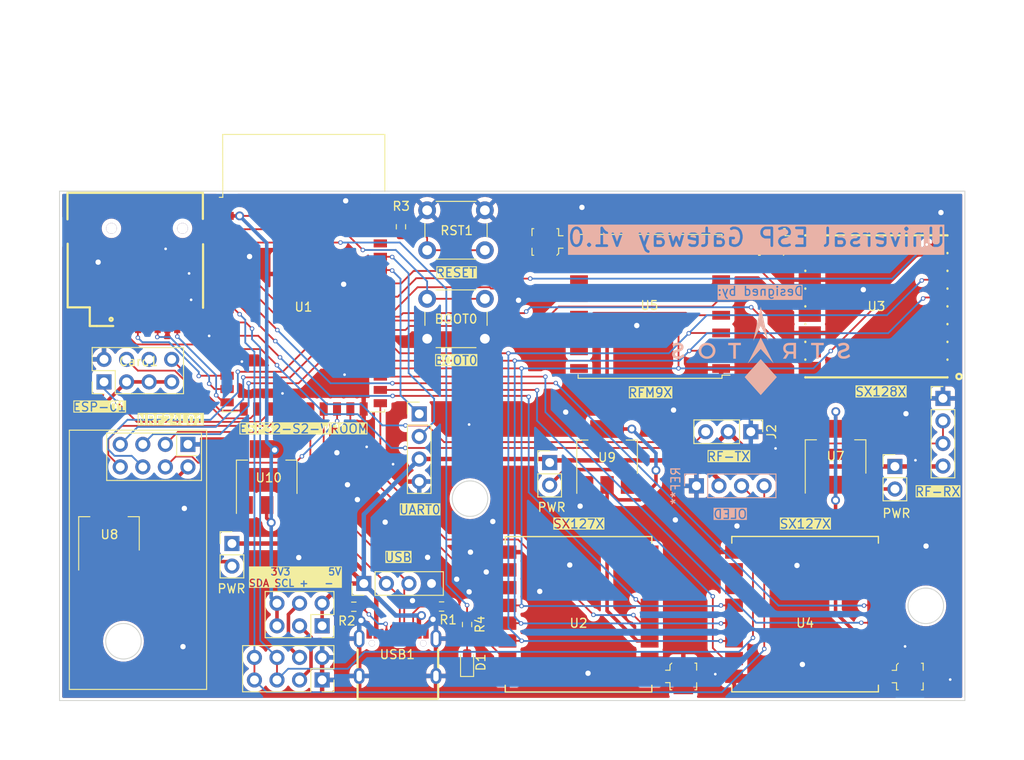
<source format=kicad_pcb>
(kicad_pcb (version 20221018) (generator pcbnew)
  (layers (0 "F.Cu" signal) (31 "B.Cu" signal) (34 "B.Paste" user) (35 "F.Paste" user) (36 "B.SilkS" user "B.Silkscreen") (37 "F.SilkS" user "F.Silkscreen") (38 "B.Mask" user) (39 "F.Mask" user) (44 "Edge.Cuts" user))
  (net 0 "")
  (net 1 "Net-(AE1-A)")
  (net 2 "Net-(AE2-A)")
  (net 3 "Net-(AE3-A)")
  (net 4 "Net-(AE4-A)")
  (net 5 "GND")
  (net 6 "Net-(U1-IO00)")
  (net 8 "/SD_CS")
  (net 9 "/FMOSI")
  (net 10 "3V3_ESP")
  (net 11 "/FSCK")
  (net 12 "/FMISO")
  (net 14 "Net-(D1-A)")
  (net 15 "/RX1")
  (net 16 "/01_IRQ")
  (net 18 "/TX1")
  (net 19 "+5V")
  (net 20 "/RF_IN")
  (net 21 "/RF_OUT")
  (net 22 "/USB_D-")
  (net 23 "/USB_D+")
  (net 24 "/TX0")
  (net 25 "/RX0")
  (net 26 "Net-(J10-Pin_3)")
  (net 27 "Net-(J10-Pin_4)")
  (net 28 "/SCL")
  (net 29 "/SDA")
  (net 30 "Net-(USB1-CC2)")
  (net 31 "Net-(USB1-CC1)")
  (net 32 "Net-(U1-EN)")
  (net 33 "Net-(U1-IO01)")
  (net 34 "3V3_NRF{slash}01")
  (net 35 "3V3_P1")
  (net 36 "3V3_P2")
  (net 37 "/NRF_CE")
  (net 38 "/NRF_IRQ")
  (net 39 "/NRF_CS")
  (net 40 "/RST4")
  (net 41 "/RST3")
  (net 42 "/RST2")
  (net 43 "/RST1")
  (net 44 "/NSS4")
  (net 45 "/NSS3")
  (net 46 "/NSS2")
  (net 47 "/NSS1")
  (net 48 "/SCK")
  (net 49 "/MISO")
  (net 50 "/MOSI")
  (net 53 "/DIO0-1")
  (net 58 "/DIO0-3")
  (net 60 "/DIO0-2")
  (net 65 "/DIO0-4")
  (net 74 "Net-(J5-Pin_2)")
  (net 75 "Net-(J6-Pin_2)")
  (net 76 "Net-(J8-Pin_2)")
  (footprint "Resistor_SMD:R_0603_1608Metric_Pad0.98x0.95mm_HandSolder" (layer "F.Cu") (at 101.1174 106.1955 90)
    (fp_text reference "R4")
    (fp_text value "330")
  )
  (footprint "kikit:Tab" (layer "F.Cu") (at 103.9495 57.0738 -90)
    (fp_text reference "REF**" hide)
    (fp_text value "Tab")
  )
  (footprint "Connector_PinHeader_2.54mm:PinHeader_1x03_P2.54mm_Vertical" (layer "F.Cu") (at 133.0556 84.4804 -90)
    (fp_text reference "J2")
    (fp_text value "RF-TR")
  )
  (footprint "Button_Switch_THT:SW_PUSH_6mm" (layer "F.Cu") (at 96.6216 59.5334)
    (fp_text reference "RST1")
    (fp_text value "~")
  )
  (footprint "Resistor_SMD:R_0603_1608Metric_Pad0.98x0.95mm_HandSolder" (layer "F.Cu") (at 88.3685 104.1908)
    (fp_text reference "R2")
    (fp_text value "5.11K")
  )
  (footprint "Connector_PinHeader_2.54mm:PinHeader_1x02_P2.54mm_Vertical" (layer "F.Cu") (at 74.6506 97.0738)
    (fp_text reference "J8")
    (fp_text value "Conn_01x02")
  )
  (footprint "Connector_Coaxial:U.FL_Molex_MCRF_73412-0110_Vertical" (layer "F.Cu") (at 150.9598 112.0544 -90)
    (fp_text reference "AE3")
    (fp_text value "Antenna_Shield")
  )
  (footprint "RF_Module:ESP32-S2-WROVER" (layer "F.Cu") (at 82.7274 70.4454)
    (fp_text reference "U1")
    (fp_text value "ESP32-S2-WROVER")
  )
  (footprint "Resistor_SMD:R_0603_1608Metric_Pad0.98x0.95mm_HandSolder" (layer "F.Cu") (at 93.6752 61.3937 90)
    (fp_text reference "R3")
    (fp_text value "10K")
  )
  (footprint "RF_Module:nRF24L01_Breakout" (layer "F.Cu") (at 69.6976 85.9028 -90)
    (fp_text reference "U6")
    (fp_text value "NRF24L01_Breakout")
  )
  (footprint "Package_TO_SOT_SMD:SOT-223-3_TabPin2" (layer "F.Cu") (at 78.5622 89.5858 90)
    (fp_text reference "U10")
    (fp_text value "AMS1117-3.3")
  )
  (footprint "Button_Switch_THT:SW_PUSH_6mm" (layer "F.Cu") (at 103.1216 74.005 180)
    (fp_text reference "BOOT0")
    (fp_text value "~")
  )
  (footprint "Connector_PinHeader_2.54mm:PinHeader_1x04_P2.54mm_Vertical" (layer "F.Cu") (at 154.686 80.7212)
    (fp_text reference "J3")
    (fp_text value "RF-RX")
  )
  (footprint "Package_TO_SOT_SMD:SOT-223-3_TabPin2" (layer "F.Cu") (at 142.5956 87.2998 90)
    (fp_text reference "U7")
    (fp_text value "AMS1117-3.3")
  )
  (footprint "Custom:COMM-SMD_LORA1281-2.4GHZ" (layer "F.Cu") (at 147.193333 70.358 180)
    (fp_text reference "U3")
    (fp_text value "LORA1281-2.4GHZ")
  )
  (footprint "kikit:Tab" (layer "F.Cu") (at 108.4453 115.1128 90)
    (fp_text reference "REF**" hide)
    (fp_text value "Tab")
  )
  (footprint "Connector_PinHeader_2.54mm:PinHeader_1x02_P2.54mm_Vertical" (layer "F.Cu") (at 149.2758 88.392)
    (fp_text reference "J5")
    (fp_text value "Conn_01x02")
  )
  (footprint "Custom:USB-C-SMD_TYPE-C-6PIN-2MD-073" (layer "F.Cu") (at 93.2942 109.6107)
    (fp_text reference "USB1")
    (fp_text value "TYPE-C 16PIN 2MD(073)")
  )
  (footprint "Connector_PinSocket_2.54mm:PinSocket_2x04_P2.54mm_Vertical" (layer "F.Cu") (at 84.8006 112.4404 -90)
    (fp_text reference "J9")
    (fp_text value "Conn_02x04_Counter_Clockwise")
  )
  (footprint "Connector_PinSocket_2.54mm:PinSocket_2x03_P2.54mm_Vertical" (layer "F.Cu") (at 84.8006 106.3444 -90)
    (fp_text reference "J10")
    (fp_text value "JMP")
  )
  (footprint "kikit:Tab" (layer "F.Cu") (at 145.0467 115.1074 90)
    (fp_text reference "REF**" hide)
    (fp_text value "Tab")
  )
  (footprint "RF_Module:Ai-Thinker-Ra-01-LoRa" (layer "F.Cu") (at 113.664667 105.0417 180)
    (fp_text reference "U2")
    (fp_text value "Ai-Thinker-Ra-01")
  )
  (footprint "kikit:Tab" (layer "F.Cu") (at 54.8948 100.2284)
    (fp_text reference "REF**" hide)
    (fp_text value "Tab")
  )
  (footprint "kikit:Tab" (layer "F.Cu") (at 54.8894 71.9074)
    (fp_text reference "REF**" hide)
    (fp_text value "Tab")
  )
  (footprint "Connector_Coaxial:U.FL_Molex_MCRF_73412-0110_Vertical" (layer "F.Cu") (at 109.923599 63.104 90)
    (fp_text reference "AE4")
    (fp_text value "Antenna_Shield")
  )
  (footprint "Connector_PinHeader_2.54mm:PinHeader_1x04_P2.54mm_Vertical" (layer "F.Cu") (at 95.7326 82.4738)
    (fp_text reference "J7")
    (fp_text value "UART0")
  )
  (footprint "Connector_PinHeader_2.54mm:PinHeader_1x04_P2.54mm_Vertical" (layer "F.Cu") (at 89.4942 101.5746 90)
    (fp_text reference "J4")
    (fp_text value "USB")
  )
  (footprint "Connector_Coaxial:U.FL_Molex_MCRF_73412-0110_Vertical" (layer "F.Cu") (at 135.425533 63.104 90)
    (fp_text reference "AE1")
    (fp_text value "Antenna_Shield")
  )
  (footprint "RF_Module:HOPERF_RFM9XW_SMD" (layer "F.Cu") (at 121.716799 70.358 180)
    (fp_text reference "U5")
    (fp_text value "RFM95W-868S2")
  )
  (footprint "Connector_PinHeader_2.54mm:PinHeader_2x04_P2.54mm_Vertical" (layer "F.Cu") (at 60.2488 78.867 90)
    (fp_text reference "J1")
    (fp_text value "ESP-01")
  )
  (footprint "kikit:Tab" (layer "F.Cu") (at 157.4546 71.9074 180)
    (fp_text reference "REF**" hide)
    (fp_text value "Tab")
  )
  (footprint "Connector_Coaxial:U.FL_Molex_MCRF_73412-0110_Vertical" (layer "F.Cu") (at 125.457867 112.0417 -90)
    (fp_text reference "AE2")
    (fp_text value "Antenna_Shield")
  )
  (footprint "kikit:Tab" (layer "F.Cu") (at 157.46 100.2284 180)
    (fp_text reference "REF**" hide)
    (fp_text value "Tab")
  )
  (footprint "kikit:Tab" (layer "F.Cu") (at 67.3481 115.1128 90)
    (fp_text reference "REF**" hide)
    (fp_text value "Tab")
  )
  (footprint "Package_TO_SOT_SMD:SOT-223-3_TabPin2" (layer "F.Cu") (at 60.8076 95.9612 90)
    (fp_text reference "U8")
    (fp_text value "AMS1117-3.3")
  )
  (footprint "kikit:Tab" (layer "F.Cu") (at 145.0467 57.0738 -90)
    (fp_text reference "REF**" hide)
    (fp_text value "Tab")
  )
  (footprint "Resistor_SMD:R_0603_1608Metric_Pad0.98x0.95mm_HandSolder" (layer "F.Cu") (at 98.2453 104.1654)
    (fp_text reference "R1")
    (fp_text value "5.11K")
  )
  (footprint "Package_TO_SOT_SMD:SOT-223-3_TabPin2" (layer "F.Cu") (at 116.8768 87.3248 90)
    (fp_text reference "U9")
    (fp_text value "AMS1117-3.3")
  )
  (footprint "Custom:TF-SMD_TF-PUSH" (layer "F.Cu") (at 64.138 67.2696 180)
    (fp_text reference "Card1")
    (fp_text value "TF PUSH")
  )
  (footprint "RF_Module:Ai-Thinker-Ra-01-LoRa" (layer "F.Cu") (at 139.1666 105.029 180)
    (fp_text reference "U4")
    (fp_text value "Ai-Thinker-Ra-01")
  )
  (footprint "kikit:Tab" (layer "F.Cu") (at 67.3481 57.0792 -90)
    (fp_text reference "REF**" hide)
    (fp_text value "Tab")
  )
  (footprint "Connector_PinHeader_2.54mm:PinHeader_1x02_P2.54mm_Vertical" (layer "F.Cu") (at 110.4138 87.9552)
    (fp_text reference "J6")
    (fp_text value "Conn_01x02")
  )
  (footprint "LED_SMD:LED_0603_1608Metric_Pad1.05x0.95mm_HandSolder" (layer "F.Cu") (at 101.1174 110.3884 90)
    (fp_text reference "D1")
    (fp_text value "RED")
  )
  (footprint "Connector_PinHeader_2.54mm:PinHeader_1x04_P2.54mm_Vertical" (layer "B.Cu") (at 126.9338 90.5764 -90)
    (fp_text reference "REF**")
    (fp_text value "PinHeader_1x04_P2.54mm_Vertical")
  )
  (footprint "LOGO" (layer "B.Cu") (at 134.215783 75.3618 180)
    (fp_text reference "G***")
    (fp_text value "LOGO" hide)
  )
  (gr_circle (center 152.7556 104.0892) (end 154.7556 104.0892) (stroke (width 0.1)) (fill none) (layer "Edge.Cuts"))
  (gr_circle (center 101.4476 92.0176) (end 103.4476 92.0176) (stroke (width 0.1)) (fill none) (layer "Edge.Cuts"))
  (gr_circle (center 62.4398 108.077) (end 64.4398 108.077) (stroke (width 0.1)) (fill none) (layer "Edge.Cuts"))
  (gr_line (start 55.245 114.7572) (end 157.1498 114.7572) (stroke (width 0.1)) (layer "Edge.Cuts"))
  (gr_line (start 55.245 114.7572) (end 55.245 57.3786) (stroke (width 0.1)) (layer "Edge.Cuts"))
  (gr_line (start 157.1498 57.3786) (end 157.1498 114.7572) (stroke (width 0.1)) (layer "Edge.Cuts"))
  (gr_line (start 55.245 57.3786) (end 157.1498 57.3786) (stroke (width 0.1)) (layer "Edge.Cuts"))
  (gr_text "OLED" (at 132.717653 94.361) (layer "B.SilkS" knockout) (effects (font (size 1 1)) (justify left bottom mirror)))
  (gr_text "Designed by:" (at 139.031889 69.2404) (layer "B.SilkS" knockout) (effects (font (size 1 1)) (justify left bottom mirror)))
  (gr_text "Universal ESP Gateway v1.0" (at 155.1432 63.7794) (layer "B.SilkS" knockout) (effects (font (size 2 2) (thickness 0.3)) (justify left bottom mirror)))
  (gr_text "PWR" (at 72.9234 102.743) (layer "F.SilkS") (effects (font (size 1 1)) (justify left bottom)))
  (gr_text "ESP-01" (at 56.642 82.2706) (layer "F.SilkS" knockout) (effects (font (size 1 1)) (justify left bottom)))
  (gr_text "BOOT0" (at 99.8716 76.454) (layer "F.SilkS" knockout) (effects (font (size 1 1))))
  (gr_text "PWR" (at 108.966 93.5736) (layer "F.SilkS") (effects (font (size 1 1)) (justify left bottom)))
  (gr_text "ESP32-S2-WROOM" (at 75.3364 84.7344) (layer "F.SilkS" knockout) (effects (font (size 1 1)) (justify left bottom)))
  (gr_text "RF-TX" (at 128.038338 87.8586) (layer "F.SilkS" knockout) (effects (font (size 1 1)) (justify left bottom)))
  (gr_text "UART0" (at 93.3958 93.853) (layer "F.SilkS" knockout) (effects (font (size 1 1)) (justify left bottom)))
  (gr_text "RESET" (at 99.8716 66.5734) (layer "F.SilkS" knockout) (effects (font (size 1 1))))
  (gr_text "RF-RX" (at 151.4602 91.821) (layer "F.SilkS" knockout) (effects (font (size 1 1)) (justify left bottom)))
  (gr_text "SX127X" (at 110.720024 95.4532) (layer "F.SilkS" knockout) (effects (font (size 1 1)) (justify left bottom)))
  (gr_text "SX127X" (at 136.221957 95.4532) (layer "F.SilkS" knockout) (effects (font (size 1 1)) (justify left bottom)))
  (gr_text "NRF24L01" (at 63.881 83.7184) (layer "F.SilkS" knockout) (effects (font (size 1 1)) (justify left bottom)))
  (gr_text "RFM9X" (at 119.1768 80.6704) (layer "F.SilkS" knockout) (effects (font (size 1 1)) (justify left bottom)))
  (gr_text "    3V3       5V\nSDA SCL +   -" (at 76.4794 102.0064) (layer "F.SilkS" knockout) (effects (font (size 0.8 0.8)) (justify left bottom)))
  (gr_text "USB" (at 91.7702 99.2124) (layer "F.SilkS" knockout) (effects (font (size 1 1)) (justify left bottom)))
  (gr_text "SX128X" (at 144.73619 80.5688) (layer "F.SilkS" knockout) (effects (font (size 1 1)) (justify left bottom)))
  (gr_text "PWR" (at 147.7772 94.2594) (layer "F.SilkS") (effects (font (size 1 1)) (justify left bottom)))
  (segment (start 139.193333 63.358) (end 137.179533 63.358) (width 0.4) (layer "F.Cu") (net 1))
  (segment (start 137.179533 63.358) (end 136.925533 63.104) (width 0.4) (layer "F.Cu") (net 1))
  (segment (start 121.664667 112.0417) (end 123.957867 112.0417) (width 0.4) (layer "F.Cu") (net 2))
  (segment (start 147.1666 112.029) (end 149.4344 112.029) (width 0.4) (layer "F.Cu") (net 3))
  (segment (start 149.4344 112.029) (end 149.4598 112.0544) (width 0.4) (layer "F.Cu") (net 3))
  (segment (start 111.677599 63.358) (end 111.423599 63.104) (width 0.4) (layer "F.Cu") (net 4))
  (segment (start 113.716799 63.358) (end 111.677599 63.358) (width 0.4) (layer "F.Cu") (net 4))
  (segment (start 90.0942 106.4518) (end 90.0942 107.2307) (width 0.5) (layer "F.Cu") (net 5))
  (segment (start 155.177333 71.374) (end 155.193333 71.358) (width 0.2) (layer "F.Cu") (net 5))
  (segment (start 96.4942 106.2486) (end 96.4942 107.2307) (width 0.5) (layer "F.Cu") (net 5))
  (segment (start 97.282 105.6132) (end 97.1296 105.6132) (width 0.5) (layer "F.Cu") (net 5))
  (segment (start 89.1794 105.7402) (end 89.3826 105.7402) (width 0.5) (layer "F.Cu") (net 5))
  (segment (start 97.1296 105.6132) (end 96.4942 106.2486) (width 0.5) (layer "F.Cu") (net 5))
  (segment (start 89.3826 105.7402) (end 90.0942 106.4518) (width 0.5) (layer "F.Cu") (net 5))
  (via (at 131.4958 95.0976) (size 1) (drill 0.6) (layers "F.Cu" "B.Cu") (net 5))
  (via (at 69.1388 108.6866) (size 1) (drill 0.6) (layers "F.Cu" "B.Cu") (net 5))
  (via (at 82.169 98.6536) (size 1) (drill 0.6) (layers "F.Cu" "B.Cu") (net 5))
  (via (at 138.2522 99.5426) (size 1) (drill 0.6) (layers "F.Cu" "B.Cu") (net 5))
  (via (at 87.6554 90.4494) (size 1) (drill 0.6) (layers "F.Cu" "B.Cu") (net 5))
  (via (at 112.6744 99.4918) (size 1) (drill 0.6) (layers "F.Cu" "B.Cu") (net 5))
  (via (at 150.5204 82.4484) (size 1) (drill 0.6) (layers "F.Cu" "B.Cu") (net 5))
  (via (at 72.0852 73.6854) (size 0.5) (drill 0.3) (layers "F.Cu" "B.Cu") (net 5))
  (via (at 69.2912 93.1164) (size 1) (drill 0.6) (layers "F.Cu" "B.Cu") (net 5))
  (via (at 124.5616 94.4118) (size 1) (drill 0.6) (layers "F.Cu" "B.Cu") (net 5))
  (via (at 69.8246 66.6496) (size 0.5) (drill 0.3) (layers "F.Cu" "B.Cu") (net 5))
  (via (at 86.4616 86.8426) (size 1) (drill 0.6) (layers "F.Cu" "B.Cu") (net 5))
  (via (at 151.587585 87.6925) (size 0.5) (drill 0.3) (layers "F.Cu" "B.Cu") (net 5))
  (via (at 113.8428 92.8624) (size 1) (drill 0.6) (layers "F.Cu" "B.Cu") (net 5))
  (via (at 87.4522 58.4708) (size 1) (drill 0.6) (layers "F.Cu" "B.Cu") (net 5))
  (via (at 104.013 94.5896) (size 1) (drill 0.6) (layers "F.Cu" "B.Cu") (net 5))
  (via (at 89.8144 86.1822) (size 0.5) (drill 0.3) (layers "F.Cu" "B.Cu") (net 5))
  (via (at 155.4988 112.395) (size 0.5) (drill 0.3) (layers "F.Cu" "B.Cu") (net 5))
  (via (at 75.7682 76.581) (size 0.5) (drill 0.3) (layers "F.Cu" "B.Cu") (net 5))
  (via (at 129.0574 111.7854) (size 0.5) (drill 0.3) (layers "F.Cu" "B.Cu") (net 5))
  (via (at 59.5884 65.3796) (size 1) (drill 0.6) (layers "F.Cu" "B.Cu") (net 5))
  (via (at 103.2764 100.2792) (size 1) (drill 0.6) (layers "F.Cu" "B.Cu") (net 5))
  (via (at 80.3402 80.1624) (size 0.5) (drill 0.3) (layers "F.Cu" "B.Cu") (net 5))
  (via (at 70.0532 69.6214) (size 0.5) (drill 0.3) (layers "F.Cu" "B.Cu") (net 5))
  (via (at 138.8618 110.6932) (size 1) (drill 0.6) (layers "F.Cu" "B.Cu") (net 5))
  (via (at 145.7198 68.4784) (size 1) (drill 0.6) (layers "F.Cu" "B.Cu") (net 5))
  (via (at 114.046 59.2074) (size 1) (drill 0.6) (layers "F.Cu" "B.Cu") (net 5))
  (via (at 101.346 83.6676) (size 0.5) (drill 0.3) (layers "F.Cu" "B.Cu") (net 5))
  (via (at 101.4984 98.044) (size 1) (drill 0.6) (layers "F.Cu" "B.Cu") (net 5))
  (via (at 91.8972 94.6658) (size 1) (drill 0.6) (layers "F.Cu" "B.Cu") (net 5))
  (via (at 112.2172 82.2706) (size 1) (drill 0.6) (layers "F.Cu" "B.Cu") (net 5))
  (via (at 114.7318 111.6838) (size 1) (drill 0.6) (layers "F.Cu" "B.Cu") (net 5))
  (via (at 96.6724 98.6282) (size 1) (drill 0.6) (layers "F.Cu" "B.Cu") (net 5))
  (via (at 154.4574 59.7916) (size 1) (drill 0.6) (layers "F.Cu" "B.Cu") (net 5))
  (via (at 87.2236 67.8688) (size 1) (drill 0.6) (layers "F.Cu" "B.Cu") (net 5))
  (via (at 89.1794 105.7402) (size 1) (drill 0.6) (layers "F.Cu" "B.Cu") (net 5))
  (via (at 76.6318 64.7446) (size 1) (drill 0.6) (layers "F.Cu" "B.Cu") (net 5))
  (via (at 152.781 97.3582) (size 1) (drill 0.6) (layers "F.Cu" "B.Cu") (net 5))
  (via (at 106.9086 69.6722) (size 1) (drill 0.6) (layers "F.Cu" "B.Cu") (net 5))
  (via (at 101.346 102.5144) (size 1) (drill 0.6) (layers "F.Cu" "B.Cu") (net 5))
  (via (at 120.2182 72.517) (size 1) (drill 0.6) (layers "F.Cu" "B.Cu") (net 5))
  (via (at 88.773 92.1258) (size 1) (drill 0.6) (layers "F.Cu" "B.Cu") (net 5))
  (via (at 67.183 63.881) (size 0.5) (drill 0.3) (layers "F.Cu" "B.Cu") (net 5))
  (via (at 150.4188 108.6612) (size 0.5) (drill 0.3) (layers "F.Cu" "B.Cu") (net 5))
  (via (at 97.282 105.6132) (size 1) (drill 0.6) (layers "F.Cu" "B.Cu") (net 5))
  (via (at 87.3252 78.0542) (size 0.5) (drill 0.3) (layers "F.Cu" "B.Cu") (net 5))
  (via (at 109.2962 102.4636) (size 1) (drill 0.6) (layers "F.Cu" "B.Cu") (net 5))
  (via (at 94.9706 103.505) (size 1) (drill 0.6) (layers "F.Cu" "B.Cu") (net 5))
  (via (at 92.7862 88.138) (size 0.5) (drill 0.3) (layers "F.Cu" "B.Cu") (net 5))
  (via (at 99.949 101.092) (size 1) (drill 0.6) (layers "F.Cu" "B.Cu") (net 5))
  (via (at 124.3584 82.042) (size 1) (drill 0.6) (layers "F.Cu" "B.Cu") (net 5))
  (via (at 135.8392 86.36) (size 0.5) (drill 0.3) (layers "F.Cu" "B.Cu") (net 5))
  (segment (start 87.045 61.6704) (end 89.3826 64.008) (width 0.2) (layer "F.Cu") (net 6))
  (segment (start 96.6216 69.505) (end 103.1216 69.505) (width 0.2) (layer "F.Cu") (net 6))
  (segment (start 74.1024 61.6704) (end 87.045 61.6704) (width 0.2) (layer "F.Cu") (net 6))
  (via (at 89.3826 64.008) (size 0.5) (drill 0.3) (layers "F.Cu" "B.Cu") (net 6))
  (segment (start 96.6216 67.5386) (end 93.091 64.008) (width 0.2) (layer "B.Cu") (net 6))
  (segment (start 96.6216 69.505) (end 96.6216 67.5386) (width 0.2) (layer "B.Cu") (net 6))
  (segment (start 93.091 64.008) (end 89.3826 64.008) (width 0.2) (layer "B.Cu") (net 6))
  (segment (start 62.988 73.7576) (end 63.881 74.6506) (width 0.2) (layer "F.Cu") (net 8))
  (segment (start 71.7296 74.6506) (end 73.7494 76.6704) (width 0.2) (layer "F.Cu") (net 8))
  (segment (start 73.7494 76.6704) (end 74.1024 76.6704) (width 0.2) (layer "F.Cu") (net 8))
  (segment (start 63.881 74.6506) (end 71.7296 74.6506) (width 0.2) (layer "F.Cu") (net 8))
  (segment (start 62.988 72.5696) (end 62.988 73.7576) (width 0.2) (layer "F.Cu") (net 8))
  (segment (start 70.953 78.1704) (end 70.9168 78.2066) (width 0.2) (layer "F.Cu") (net 9))
  (segment (start 74.1024 78.1704) (end 70.953 78.1704) (width 0.2) (layer "F.Cu") (net 9))
  (segment (start 64.0588 73.8886) (end 64.0588 72.5988) (width 0.2) (layer "F.Cu") (net 9))
  (segment (start 64.0588 72.5988) (end 64.088 72.5696) (width 0.2) (layer "F.Cu") (net 9))
  (via (at 70.9168 78.2066) (size 0.5) (drill 0.3) (layers "F.Cu" "B.Cu") (net 9))
  (via (at 64.0588 73.8886) (size 0.5) (drill 0.3) (layers "F.Cu" "B.Cu") (net 9))
  (segment (start 67.574289 74.3966) (end 70.9168 77.739111) (width 0.2) (layer "B.Cu") (net 9))
  (segment (start 64.5668 74.3966) (end 67.574289 74.3966) (width 0.2) (layer "B.Cu") (net 9))
  (segment (start 70.9168 77.739111) (end 70.9168 78.2066) (width 0.2) (layer "B.Cu") (net 9))
  (segment (start 64.0588 73.8886) (end 64.5668 74.3966) (width 0.2) (layer "B.Cu") (net 9))
  (segment (start 93.2562 62.4204) (end 90.208 62.4204) (width 0.2) (layer "F.Cu") (net 10))
  (segment (start 68.408493 60.1704) (end 74.1024 60.1704) (width 0.4) (layer "F.Cu") (net 10))
  (segment (start 78.5622 86.4358) (end 79.3492 86.4358) (width 0.4) (layer "F.Cu") (net 10))
  (segment (start 78.5622 94.208699) (end 79.070101 94.7166) (width 0.4) (layer "F.Cu") (net 10))
  (segment (start 87.958 60.1704) (end 75.5142 60.1704) (width 0.2) (layer "F.Cu") (net 10))
  (segment (start 79.7206 106.3444) (end 79.7206 103.8044) (width 0.4) (layer "F.Cu") (net 10))
  (segment (start 78.5622 92.7358) (end 78.5622 94.208699) (width 0.4) (layer "F.Cu") (net 10))
  (segment (start 74.1024 60.1704) (end 75.5142 60.1704) (width 0.4) (layer "F.Cu") (net 10))
  (segment (start 65.188 63.390893) (end 68.408493 60.1704) (width 0.4) (layer "F.Cu") (net 10))
  (segment (start 79.3492 86.4358) (end 79.4512 86.5378) (width 0.4) (layer "F.Cu") (net 10))
  (segment (start 90.208 62.4204) (end 87.958 60.1704) (width 0.2) (layer "F.Cu") (net 10))
  (segment (start 65.188 72.5696) (end 65.188 63.390893) (width 0.4) (layer "F.Cu") (net 10))
  (segment (start 93.6752 62.0014) (end 93.2562 62.4204) (width 0.2) (layer "F.Cu") (net 10))
  (via (at 79.070101 94.7166) (size 1) (drill 0.6) (layers "F.Cu" "B.Cu") (net 10))
  (via (at 75.5142 60.1704) (size 1) (drill 0.6) (layers "F.Cu" "B.Cu") (net 10))
  (via (at 79.4512 86.5378) (size 1) (drill 0.6) (layers "F.Cu" "B.Cu") (net 10))
  (segment (start 78.5622 63.2184) (end 78.5622 85.6488) (width 0.4) (layer "B.Cu") (net 10))
  (segment (start 79.070101 86.918899) (end 79.070101 94.7166) (width 0.4) (layer "B.Cu") (net 10))
  (segment (start 79.070101 103.153901) (end 79.070101 94.7166) (width 0.4) (layer "B.Cu") (net 10))
  (segment (start 75.5142 60.1704) (end 78.5622 63.2184) (width 0.4) (layer "B.Cu") (net 10))
  (segment (start 79.4512 86.5378) (end 79.070101 86.918899) (width 0.4) (layer "B.Cu") (net 10))
  (segment (start 79.7206 103.8044) (end 79.070101 103.153901) (width 0.4) (layer "B.Cu") (net 10))
  (segment (start 78.5622 85.6488) (end 79.4512 86.5378) (width 0.4) (layer "B.Cu") (net 10))
  (segment (start 72.0852 79.0702) (end 72.6854 79.6704) (width 0.2) (layer "F.Cu") (net 11))
  (segment (start 72.6854 79.6704) (end 74.1024 79.6704) (width 0.2) (layer "F.Cu") (net 11))
  (segment (start 66.288 73.7676) (end 66.2432 73.8124) (width 0.2) (layer "F.Cu") (net 11))
  (segment (start 66.288 72.5696) (end 66.288 73.7676) (width 0.2) (layer "F.Cu") (net 11))
  (via (at 66.2432 73.8124) (size 0.5) (drill 0.3) (layers "F.Cu" "B.Cu") (net 11))
  (via (at 72.0852 79.0702) (size 0.5) (drill 0.3) (layers "F.Cu" "B.Cu") (net 11))
  (segment (start 72.0852 79.0702) (end 72.0852 78.232) (width 0.2) (layer "B.Cu") (net 11))
  (segment (start 72.0852 78.232) (end 67.6656 73.8124) (width 0.2) (layer "B.Cu") (net 11))
  (segment (start 67.6656 73.8124) (end 66.2432 73.8124) (width 0.2) (layer "B.Cu") (net 11))
  (segment (start 73.6757 81.1704) (end 74.1024 81.1704) (width 0.2) (layer "F.Cu") (net 12))
  (segment (start 68.5038 72.5854) (end 68.488 72.5696) (width 0.2) (layer "F.Cu") (net 12))
  (segment (start 68.5038 73.7616) (end 68.5038 72.5854) (width 0.2) (layer "F.Cu") (net 12))
  (segment (start 72.8709 80.3656) (end 73.6757 81.1704) (width 0.2) (layer "F.Cu") (net 12))
  (via (at 72.8709 80.3656) (size 0.5) (drill 0.3) (layers "F.Cu" "B.Cu") (net 12))
  (via (at 68.5038 73.7616) (size 0.5) (drill 0.3) (layers "F.Cu" "B.Cu") (net 12))
  (segment (start 72.8709 80.3656) (end 72.8709 78.1287) (width 0.2) (layer "B.Cu") (net 12))
  (segment (start 72.8709 78.1287) (end 68.5038 73.7616) (width 0.2) (layer "B.Cu") (net 12))
  (segment (start 101.1174 109.5134) (end 101.1174 107.108) (width 0.2) (layer "F.Cu") (net 14))
  (segment (start 61.7474 81.153) (end 61.722 81.153) (width 0.2) (layer "F.Cu") (net 15))
  (segment (start 63.9394 83.3704) (end 61.7474 81.1784) (width 0.2) (layer "F.Cu") (net 15))
  (segment (start 78.9774 81.9204) (end 78.9774 82.2204) (width 0.2) (layer "F.Cu") (net 15))
  (segment (start 77.8274 83.3704) (end 63.9394 83.3704) (width 0.2) (layer "F.Cu") (net 15))
  (segment (start 61.7474 81.1784) (end 61.7474 81.153) (width 0.2) (layer "F.Cu") (net 15))
  (segment (start 78.9774 82.2204) (end 77.8274 83.3704) (width 0.2) (layer "F.Cu") (net 15))
  (segment (start 61.722 81.153) (end 61.722 81.153) (width 0.2) (layer "F.Cu") (net 15))
  (via (at 61.7474 81.153) (size 0.5) (drill 0.3) (layers "F.Cu" "B.Cu") (net 15))
  (segment (start 60.2488 79.6544) (end 60.2488 78.867) (width 0.2) (layer "B.Cu") (net 15))
  (segment (start 61.7474 81.153) (end 60.2488 79.6544) (width 0.2) (layer "B.Cu") (net 15))
  (segment (start 77.4774 81.9204) (end 77.4774 82.2204) (width 0.2) (layer "F.Cu") (net 16))
  (segment (start 76.7274 82.9704) (end 73.598546 82.9704) (width 0.2) (layer "F.Cu") (net 16))
  (segment (start 64.0588 77.597) (end 62.7888 76.327) (width 0.2) (layer "F.Cu") (net 16))
  (segment (start 77.4774 82.2204) (end 76.7274 82.9704) (width 0.2) (layer "F.Cu") (net 16))
  (segment (start 73.598546 82.9704) (end 68.225146 77.597) (width 0.2) (layer "F.Cu") (net 16))
  (segment (start 68.225146 77.597) (end 64.0588 77.597) (width 0.2) (layer "F.Cu") (net 16))
  (segment (start 75.9774 81.9204) (end 75.805 82.0928) (width 0.2) (layer "F.Cu") (net 18))
  (segment (start 72.8218 81.5848) (end 72.8218 81.28) (width 0.2) (layer "F.Cu") (net 18))
  (segment (start 73.3298 82.0928) (end 72.8218 81.5848) (width 0.2) (layer "F.Cu") (net 18))
  (segment (start 72.8218 81.28) (end 67.8688 76.327) (width 0.2) (layer "F.Cu") (net 18))
  (segment (start 75.805 82.0928) (end 73.3298 82.0928) (width 0.2) (layer "F.Cu") (net 18))
  (segment (start 129.4892 89.9056) (end 129.4892 90.5764) (width 0.5) (layer "F.Cu") (net 19))
  (segment (start 80.8622 97.0738) (end 80.4926 97.0738) (width 0.5) (layer "F.Cu") (net 19))
  (segment (start 87.0304 101.5746) (end 84.8006 103.8044) (width 0.5) (layer "F.Cu") (net 19))
  (segment (start 130.5156 84.4804) (end 134.4272 88.392) (width 0.5) (layer "F.Cu") (net 19))
  (segment (start 80.4926 97.0738) (end 74.6506 97.0738) (width 0.5) (layer "F.Cu") (net 19))
  (segment (start 127.2898 87.7062) (end 127.5386 87.955) (width 0.5) (layer "F.Cu") (net 19))
  (segment (start 127.2898 87.7062) (end 127.5386 87.4574) (width 0.5) (layer "F.Cu") (net 19))
  (segment (start 110.6628 87.7062) (end 127.2898 87.7062) (width 0.5) (layer "F.Cu") (net 19))
  (segment (start 89.016 102.0528) (end 89.4942 101.5746) (width 0.5) (layer "F.Cu") (net 19))
  (segment (start 127.5386 87.4574) (end 127.5386 87.955) (width 0.5) (layer "F.Cu") (net 19))
  (segment (start 80.5624 97.0738) (end 80.8622 96.774) (width 0.5) (layer "F.Cu") (net 19))
  (segment (start 95.7326 87.5538) (end 110.0124 87.5538) (width 0.5) (layer "F.Cu") (net 19))
  (segment (start 149.2758 88.392) (end 154.6352 88.392) (width 0.5) (layer "F.Cu") (net 19))
  (segment (start 89.4942 101.5746) (end 84.9934 97.0738) (width 0.5) (layer "F.Cu") (net 19))
  (segment (start 80.8622 96.774) (end 80.9294 96.774) (width 0.5) (layer "F.Cu") (net 19))
  (segment (start 89.4942 101.5746) (end 89.4588 101.5746) (width 0.5) (layer "F.Cu") (net 19))
  (segment (start 110.0124 87.5538) (end 110.4138 87.9552) (width 0.5) (layer "F.Cu") (net 19))
  (segment (start 84.9934 97.0738) (end 81.2292 97.0738) (width 0.5) (layer "F.Cu") (net 19))
  (segment (start 127.5386 87.955) (end 129.4892 89.9056) (width 0.5) (layer "F.Cu") (net 19))
  (segment (start 84.8006 106.3444) (end 84.8006 103.8044) (width 0.4) (layer "F.Cu") (net 19))
  (segment (start 80.8622 96.774) (end 80.8622 97.0738) (width 0.5) (layer "F.Cu") (net 19))
  (segment (start 90.8942 107.2307) (end 90.8942 102.9746) (width 0.5) (layer "F.Cu") (net 19))
  (segment (start 81.2292 97.0738) (end 80.8622 97.0738) (width 0.5) (layer "F.Cu") (net 19))
  (segment (start 80.8622 92.7358) (end 80.8622 96.774) (width 0.5) (layer "F.Cu") (net 19))
  (segment (start 95.6942 105.4738) (end 95.6942 107.2307) (width 0.5) (layer "F.Cu") (net 19))
  (segment (start 127.5386 87.4574) (end 130.5156 84.4804) (width 0.5) (layer "F.Cu") (net 19))
  (segment (start 80.4926 97.0738) (end 80.5624 97.0738) (width 0.5) (layer "F.Cu") (net 19))
  (segment (start 89.4942 101.5746) (end 87.0304 101.5746) (width 0.5) (layer "F.Cu") (net 19))
  (segment (start 134.4272 88.392) (end 149.2758 88.392) (width 0.5) (layer "F.Cu") (net 19))
  (segment (start 95.9866 105.1814) (end 95.6942 105.4738) (width 0.5) (layer "F.Cu") (net 19))
  (segment (start 110.4138 87.9552) (end 110.6628 87.7062) (width 0.5) (layer "F.Cu") (net 19))
  (segment (start 154.6352 88.392) (end 154.686 88.3412) (width 0.5) (layer "F.Cu") (net 19))
  (segment (start 90.8942 102.9746) (end 89.4942 101.5746) (width 0.5) (layer "F.Cu") (net 19))
  (segment (start 80.9294 96.774) (end 81.2292 97.0738) (width 0.5) (layer "F.Cu") (net 19))
  (via (at 95.9866 105.1814) (size 1) (drill 0.6) (layers "F.Cu" "B.Cu") (net 19))
  (segment (start 89.4942 93.7922) (end 95.7326 87.5538) (width 0.5) (layer "B.Cu") (net 19))
  (segment (start 95.9866 105.1814) (end 93.101 105.1814) (width 0.5) (layer "B.Cu") (net 19))
  (segment (start 89.4942 101.5746) (end 89.4942 93.7922) (width 0.5) (layer "B.Cu") (net 19))
  (segment (start 93.101 105.1814) (end 89.4942 101.5746) (width 0.5) (layer "B.Cu") (net 19))
  (segment (start 126.1468 86.3092) (end 94.1578 86.3092) (width 0.2) (layer "F.Cu") (net 20))
  (segment (start 127.9756 84.4804) (end 126.1468 86.3092) (width 0.2) (layer "F.Cu") (net 20))
  (segment (start 77.902601 75.1704) (end 79.719601 76.9874) (width 0.2) (layer "F.Cu") (net 20))
  (segment (start 74.1024 75.1704) (end 77.902601 75.1704) (width 0.2) (layer "F.Cu") (net 20))
  (via (at 94.1578 86.3092) (size 0.5) (drill 0.3) (layers "F.Cu" "B.Cu") (net 20))
  (via (at 79.719601 76.9874) (size 0.5) (drill 0.3) (layers "F.Cu" "B.Cu") (net 20))
  (segment (start 88.7984 82.4992) (end 85.1408 82.4992) (width 0.2) (layer "B.Cu") (net 20))
  (segment (start 92.6084 86.3092) (end 88.7984 82.4992) (width 0.2) (layer "B.Cu") (net 20))
  (segment (start 85.1408 82.4992) (end 79.719601 77.078001) (width 0.2) (layer "B.Cu") (net 20))
  (segment (start 94.1578 86.3092) (end 92.6084 86.3092) (width 0.2) (layer "B.Cu") (net 20))
  (segment (start 79.719601 77.078001) (end 79.719601 76.9874) (width 0.2) (layer "B.Cu") (net 20))
  (segment (start 96.647 83.7692) (end 98.5266 85.6488) (width 0.2) (layer "F.Cu") (net 21))
  (segment (start 80.0354 76.0984) (end 80.0608 76.0984) (width 0.2) (layer "F.Cu") (net 21))
  (segment (start 80.0608 76.0984) (end 80.0608 76.1238) (width 0.2) (layer "F.Cu") (net 21))
  (segment (start 154.686 83.2612) (end 154.686 85.8012) (width 0.2) (layer "F.Cu") (net 21))
  (segment (start 74.1024 73.6704) (end 77.6074 73.6704) (width 0.2) (layer "F.Cu") (net 21))
  (segment (start 94.1832 83.7692) (end 96.647 83.7692) (width 0.2) (layer "F.Cu") (net 21))
  (segment (start 123.4694 85.6488) (end 126.4158 82.7024) (width 0.2) (layer "F.Cu") (net 21))
  (segment (start 137.5918 85.8012) (end 154.686 85.8012) (width 0.2) (layer "F.Cu") (net 21))
  (segment (start 80.0608 76.1238) (end 80.01 76.073) (width 0.2) (layer "F.Cu") (net 21))
  (segment (start 126.4158 82.7024) (end 134.493 82.7024) (width 0.2) (layer "F.Cu") (net 21))
  (segment (start 77.6074 73.6704) (end 80.0354 76.0984) (width 0.2) (layer "F.Cu") (net 21))
  (segment (start 98.5266 85.6488) (end 123.4694 85.6488) (width 0.2) (layer "F.Cu") (net 21))
  (segment (start 134.493 82.7024) (end 137.5918 85.8012) (width 0.2) (layer "F.Cu") (net 21))
  (via (at 94.1832 83.7692) (size 0.5) (drill 0.3) (layers "F.Cu" "B.Cu") (net 21))
  (via (at 80.0608 76.0984) (size 0.5) (drill 0.3) (layers "F.Cu" "B.Cu") (net 21))
  (segment (start 85.344 81.3816) (end 89.2048 81.3816) (width 0.2) (layer "B.Cu") (net 21))
  (segment (start 91.5924 83.7692) (end 94.1832 83.7692) (width 0.2) (layer "B.Cu") (net 21))
  (segment (start 89.2048 81.3816) (end 91.5924 83.7692) (width 0.2) (layer "B.Cu") (net 21))
  (segment (start 80.0608 76.0984) (end 85.344 81.3816) (width 0.2) (layer "B.Cu") (net 21))
  (segment (start 93.5442 106.3752) (end 93.5442 107.2307) (width 0.2) (layer "F.Cu") (net 22))
  (segment (start 92.5442 106.4307) (end 92.7521 106.2228) (width 0.2) (layer "F.Cu") (net 22))
  (segment (start 93.5442 106.0704) (end 93.5442 106.2228) (width 0.2) (layer "F.Cu") (net 22))
  (segment (start 92.0342 101.5746) (end 93.5442 103.0846) (width 0.2) (layer "F.Cu") (net 22))
  (segment (start 92.5442 107.2307) (end 92.5442 106.4307) (width 0.2) (layer "F.Cu") (net 22))
  (segment (start 93.3958 106.2228) (end 93.5442 106.2228) (width 0.2) (layer "F.Cu") (net 22))
  (segment (start 93.3958 106.2268) (end 93.5442 106.3752) (width 0.2) (layer "F.Cu") (net 22))
  (segment (start 93.3958 106.2188) (end 93.5442 106.0704) (width 0.2) (layer "F.Cu") (net 22))
  (segment (start 92.0342 101.5746) (end 83.4774 93.0178) (width 0.2) (layer "F.Cu") (net 22))
  (segment (start 93.3958 106.2268) (end 93.3958 106.2188) (width 0.2) (layer "F.Cu") (net 22))
  (segment (start 92.7521 106.2228) (end 93.3958 106.2228) (width 0.2) (layer "F.Cu") (net 22))
  (segment (start 93.3958 106.2228) (end 93.3958 106.2268) (width 0.2) (layer "F.Cu") (net 22))
  (segment (start 93.5442 103.0846) (end 93.5442 106.0704) (width 0.2) (layer "F.Cu") (net 22))
  (segment (start 93.5442 106.2228) (end 93.5442 106.3752) (width 0.2) (layer "F.Cu") (net 22))
  (segment (start 83.4774 93.0178) (end 83.4774 81.9204) (width 0.2) (layer "F.Cu") (net 22))
  (segment (start 94.0442 108.0307) (end 94.0442 107.2307) (width 0.2) (layer "F.Cu") (net 23))
  (segment (start 94.5742 101.5746) (end 94.0442 102.1046) (width 0.2) (layer "F.Cu") (net 23))
  (segment (start 84.9774 91.9778) (end 84.9774 81.9204) (width 0.2) (layer "F.Cu") (net 23))
  (segment (start 93.0442 107.2307) (end 93.0442 108.0307) (width 0.2) (layer "F.Cu") (net 23))
  (segment (start 93.8201 108.2548) (end 94.0442 108.0307) (width 0.2) (layer "F.Cu") (net 23))
  (segment (start 94.5742 101.5746) (end 84.9774 91.9778) (width 0.2) (layer "F.Cu") (net 23))
  (segment (start 94.0442 102.1046) (end 94.0442 107.2307) (width 0.2) (layer "F.Cu") (net 23))
  (segment (start 93.0442 108.0307) (end 93.2683 108.2548) (width 0.2) (layer "F.Cu") (net 23))
  (segment (start 93.2683 108.2548) (end 93.8201 108.2548) (width 0.2) (layer "F.Cu") (net 23))
  (segment (start 92.6356 66.2704) (end 92.6846 66.3194) (width 0.2) (layer "F.Cu") (net 24))
  (segment (start 91.3524 66.2704) (end 92.6356 66.2704) (width 0.2) (layer "F.Cu") (net 24))
  (via (at 92.6846 66.3194) (size 0.5) (drill 0.3) (layers "F.Cu" "B.Cu") (net 24))
  (segment (start 93.6244 80.3656) (end 93.6244 67.2592) (width 0.2) (layer "B.Cu") (net 24))
  (segment (start 95.7326 82.4738) (end 93.6244 80.3656) (width 0.2) (layer "B.Cu") (net 24))
  (segment (start 93.6244 67.2592) (end 92.6846 66.3194) (width 0.2) (layer "B.Cu") (net 24))
  (segment (start 91.3524 64.7704) (end 92.6596 64.7704) (width 0.2) (layer "F.Cu") (net 25))
  (segment (start 92.6596 64.7704) (end 92.6846 64.7954) (width 0.2) (layer "F.Cu") (net 25))
  (via (at 92.6846 64.7954) (size 0.5) (drill 0.3) (layers "F.Cu" "B.Cu") (net 25))
  (segment (start 95.7326 85.0138) (end 97.409 83.3374) (width 0.2) (layer "B.Cu") (net 25))
  (segment (start 97.409 80.7466) (end 94.5388 77.8764) (width 0.2) (layer "B.Cu") (net 25))
  (segment (start 94.5388 77.8764) (end 94.5388 66.6496) (width 0.2) (layer "B.Cu") (net 25))
  (segment (start 94.5388 66.6496) (end 92.6846 64.7954) (width 0.2) (layer "B.Cu") (net 25))
  (segment (start 97.409 83.3374) (end 97.409 80.7466) (width 0.2) (layer "B.Cu") (net 25))
  (segment (start 83.5506 111.1504) (end 82.2606 112.4404) (width 0.4) (layer "F.Cu") (net 26))
  (segment (start 83.5506 107.6344) (end 83.5506 111.1504) (width 0.4) (layer "F.Cu") (net 26))
  (segment (start 82.2606 106.3444) (end 83.5506 107.6344) (width 0.4) (layer "F.Cu") (net 26))
  (segment (start 81.0106 108.6504) (end 81.0106 105.0544) (width 0.4) (layer "F.Cu") (net 27))
  (segment (start 82.2606 109.9004) (end 81.0106 108.6504) (width 0.4) (layer "F.Cu") (net 27))
  (segment (start 81.0106 105.0544) (end 82.2606 103.8044) (width 0.4) (layer "F.Cu") (net 27))
  (segment (start 133.2992 107.696) (end 133.2992 91.8464) (width 0.2) (layer "F.Cu") (net 28))
  (segment (start 74.1024 72.1704) (end 76.209 72.1704) (width 0.2) (layer "F.Cu") (net 28))
  (segment (start 133.2992 91.8464) (end 132.0292 90.5764) (width 0.2) (layer "F.Cu") (net 28))
  (segment (start 79.7206 109.9004) (end 79.7206 112.4404) (width 0.2) (layer "F.Cu") (net 28))
  (segment (start 76.209 72.1704) (end 76.9112 72.8726) (width 0.2) (layer "F.Cu") (net 28))
  (via (at 76.9112 72.8726) (size 0.5) (drill 0.3) (layers "F.Cu" "B.Cu") (net 28))
  (via (at 133.2992 107.696) (size 0.5) (drill 0.3) (layers "F.Cu" "B.Cu") (net 28))
  (segment (start 77.8256 74.9808) (end 76.9112 74.0664) (width 0.2) (layer "B.Cu") (net 28))
  (segment (start 79.7206 109.9004) (end 77.8256 108.0054) (width 0.2) (layer "B.Cu") (net 28))
  (segment (start 80.9852 111.1758) (end 79.7206 112.4404) (width 0.2) (layer "B.Cu") (net 28))
  (segment (start 133.2992 107.696) (end 133.2992 107.696) (width 0.2) (layer "B.Cu") (net 28))
  (segment (start 76.9112 74.0664) (end 76.9112 72.8726) (width 0.2) (layer "B.Cu") (net 28))
  (segment (start 77.8256 108.0054) (end 77.8256 74.9808) (width 0.2) (layer "B.Cu") (net 28))
  (segment (start 89.5858 109.2708) (end 87.6808 111.1758) (width 0.2) (layer "B.Cu") (net 28))
  (segment (start 133.2992 107.696) (end 133.2738 107.7214) (width 0.2) (layer "B.Cu") (net 28))
  (segment (start 133.2992 107.696) (end 133.2992 107.696) (width 0.2) (layer "B.Cu") (net 28))
  (segment (start 133.2992 107.696) (end 131.7244 109.2708) (width 0.2) (layer "B.Cu") (net 28))
  (segment (start 131.7244 109.2708) (end 89.5858 109.2708) (width 0.2) (layer "B.Cu") (net 28))
  (segment (start 87.6808 111.1758) (end 80.9852 111.1758) (width 0.2) (layer "B.Cu") (net 28))
  (segment (start 74.9376 70.6704) (end 75.5142 71.247) (width 0.2) (layer "F.Cu") (net 29))
  (segment (start 77.1806 112.4404) (end 77.1806 109.9004) (width 0.2) (layer "F.Cu") (net 29))
  (segment (start 134.5692 108.9406) (end 134.5692 90.5764) (width 0.2) (layer "F.Cu") (net 29))
  (segment (start 74.1024 70.6704) (end 74.9376 70.6704) (width 0.2) (layer "F.Cu") (net 29))
  (via (at 134.5692 108.9406) (size 0.5) (drill 0.3) (layers "F.Cu" "B.Cu") (net 29))
  (via (at 75.5142 71.247) (size 0.5) (drill 0.3) (layers "F.Cu" "B.Cu") (net 29))
  (segment (start 75.5142 71.247) (end 76.1492 71.882) (width 0.2) (layer "B.Cu") (net 29))
  (segment (start 134.5692 108.9914) (end 134.5946 109.0168) (width 0.2) (layer "B.Cu") (net 29))
  (segment (start 134.5692 109.0422) (end 129.794 113.8174) (width 0.2) (layer "B.Cu") (net 29))
  (segment (start 134.5692 108.9406) (end 134.5692 109.0422) (width 0.2) (layer "B.Cu") (net 29))
  (segment (start 134.5692 108.9406) (end 134.5692 108.9914) (width 0.2) (layer "B.Cu") (net 29))
  (segment (start 129.794 113.8174) (end 78.5576 113.8174) (width 0.2) (layer "B.Cu") (net 29))
  (segment (start 76.1492 71.882) (end 76.1492 74.4474) (width 0.2) (layer "B.Cu") (net 29))
  (segment (start 134.62 108.9914) (end 134.62 108.9914) (width 0.2) (layer "B.Cu") (net 29))
  (segment (start 76.1492 74.4474) (end 77.1806 75.4788) (width 0.2) (layer "B.Cu") (net 29))
  (segment (start 134.62 108.9914) (end 134.62 108.9914) (width 0.2) (layer "B.Cu") (net 29))
  (segment (start 77.1806 75.4788) (end 77.1806 109.9004) (width 0.2) (layer "B.Cu") (net 29))
  (segment (start 78.5576 113.8174) (end 77.1806 112.4404) (width 0.2) (layer "B.Cu") (net 29))
  (segment (start 95.0442 104.9046) (end 95.7834 104.1654) (width 0.2) (layer "F.Cu") (net 30))
  (segment (start 95.7834 104.1654) (end 97.3328 104.1654) (width 0.2) (layer "F.Cu") (net 30))
  (segment (start 95.0442 107.2307) (end 95.0442 104.9046) (width 0.2) (layer "F.Cu") (net 30))
  (segment (start 92.0442 106.2174) (end 91.948 106.1212) (width 0.2) (layer "F.Cu") (net 31))
  (segment (start 92.0442 107.2307) (end 92.0442 106.2174) (width 0.2) (layer "F.Cu") (net 31))
  (segment (start 89.281 104.1908) (end 89.281 104.267) (width 0.2) (layer "F.Cu") (net 31))
  (segment (start 89.281 104.267) (end 90.0684 105.0544) (width 0.2) (layer "F.Cu") (net 31))
  (via (at 90.0684 105.0544) (size 0.5) (drill 0.3) (layers "F.Cu" "B.Cu") (net 31))
  (via (at 91.948 106.1212) (size 0.5) (drill 0.3) (layers "F.Cu" "B.Cu") (net 31))
  (segment (start 90.0684 105.0544) (end 91.1352 106.1212) (width 0.2) (layer "B.Cu") (net 31))
  (segment (start 91.1352 106.1212) (end 91.948 106.1212) (width 0.2) (layer "B.Cu") (net 31))
  (segment (start 96.6216 64.0334) (end 103.1216 64.0334) (width 0.2) (layer "F.Cu") (net 32))
  (segment (start 94.483613 60.4812) (end 91.6632 60.4812) (width 0.2) (layer "F.Cu") (net 32))
  (segment (start 96.6216 62.619187) (end 94.483613 60.4812) (width 0.2) (layer "F.Cu") (net 32))
  (segment (start 91.6632 60.4812) (end 91.3524 60.1704) (width 0.2) (layer "F.Cu") (net 32))
  (segment (start 96.6216 64.0334) (end 96.6216 62.619187) (width 0.2) (layer "F.Cu") (net 32))
  (segment (start 85.5466 63.1704) (end 85.5472 63.1698) (width 0.2) (layer "F.Cu") (net 33))
  (segment (start 74.1024 63.1704) (end 85.5466 63.1704) (width 0.2) (layer "F.Cu") (net 33))
  (segment (start 101.1174 105.283) (end 101.1174 104.013) (width 0.2) (layer "F.Cu") (net 33))
  (segment (start 85.5472 63.1698) (end 86.868 63.1698) (width 0.2) (layer "F.Cu") (net 33))
  (via (at 101.1174 104.013) (size 0.5) (drill 0.3) (layers "F.Cu" "B.Cu") (net 33))
  (via (at 86.868 63.1698) (size 0.5) (drill 0.3) (layers "F.Cu" "B.Cu") (net 33))
  (segment (start 98.7806 68.4022) (end 93.5482 63.1698) (width 0.2) (layer "B.Cu") (net 33))
  (segment (start 93.5482 63.1698) (end 86.868 63.1698) (width 0.2) (layer "B.Cu") (net 33))
  (segment (start 98.7806 101.6762) (end 98.7806 68.4022) (width 0.2) (layer "B.Cu") (net 33))
  (segment (start 101.1174 104.013) (end 98.7806 101.6762) (width 0.2) (layer "B.Cu") (net 33))
  (segment (start 60.8076 92.8112) (end 59.8932 91.8968) (width 0.4) (layer "F.Cu") (net 34))
  (segment (start 60.8076 92.8112) (end 65.3292 92.8112) (width 0.4) (layer "F.Cu") (net 34))
  (segment (start 59.8932 91.8968) (end 59.8932 81.7626) (width 0.4) (layer "F.Cu") (net 34))
  (segment (start 65.3292 92.8112) (end 69.6976 88.4428) (width 0.4) (layer "F.Cu") (net 34))
  (segment (start 59.8932 81.7626) (end 62.7888 78.867) (width 0.4) (layer "F.Cu") (net 34))
  (segment (start 62.7888 78.867) (end 67.8688 78.867) (width 0.4) (layer "F.Cu") (net 34))
  (segment (start 60.8076 92.8112) (end 60.8076 99.1112) (width 0.4) (layer "F.Cu") (net 34))
  (segment (start 116.8768 104.653833) (end 120.264667 108.0417) (width 0.4) (layer "F.Cu") (net 35))
  (segment (start 120.5738 92.1512) (end 118.0592 92.1512) (width 0.4) (layer "F.Cu") (net 35))
  (segment (start 122.3772 90.3478) (end 120.5738 92.1512) (width 0.4) (layer "F.Cu") (net 35))
  (segment (start 116.8768 74.218001) (end 114.016799 71.358) (width 0.4) (layer "F.Cu") (net 35))
  (segment (start 114.016799 71.358) (end 113.716799 71.358) (width 0.4) (layer "F.Cu") (net 35))
  (segment (start 119.6594 84.1748) (end 116.8768 84.1748) (width 0.4) (layer "F.Cu") (net 35))
  (segment (start 120.264667 108.0417) (end 121.664667 108.0417) (width 0.4) (layer "F.Cu") (net 35))
  (segment (start 118.0592 92.1512) (end 116.8768 90.9688) (width 0.4) (layer "F.Cu") (net 35))
  (segment (start 122.3772 88.8238) (end 122.3772 90.3478) (width 0.4) (layer "F.Cu") (net 35))
  (segment (start 116.8768 84.1748) (end 116.8768 74.218001) (width 0.4) (layer "F.Cu") (net 35))
  (segment (start 116.8768 90.9688) (end 116.8768 90.4748) (width 0.4) (layer "F.Cu") (net 35))
  (segment (start 116.8768 90.4748) (end 116.8768 104.653833) (width 0.4) (layer "F.Cu") (net 35))
  (segment (start 119.6594 84.1748) (end 119.7364 84.2518) (width 0.4) (layer "F.Cu") (net 35))
  (via (at 119.6594 84.1748) (size 1) (drill 0.6) (layers "F.Cu" "B.Cu") (net 35))
  (via (at 122.3772 88.8238) (size 1) (drill 0.6) (layers "F.Cu" "B.Cu") (net 35))
  (segment (start 119.6594 84.1748) (end 122.3772 86.8926) (width 0.4) (layer "B.Cu") (net 35))
  (segment (start 122.3772 86.8926) (end 122.3772 88.8238) (width 0.4) (layer "B.Cu") (net 35))
  (segment (start 142.621 82.2198) (end 142.621 84.1244) (width 0.4) (layer "F.Cu") (net 36))
  (segment (start 145.7666 108.029) (end 147.1666 108.029) (width 0.4) (layer "F.Cu") (net 36))
  (segment (start 153.3874 73.358) (end 154.693333 73.358) (width 0.4) (layer "F.Cu") (net 36))
  (segment (start 142.5956 84.1498) (end 153.3874 73.358) (width 0.4) (layer "F.Cu") (net 36))
  (segment (start 142.5956 92.202) (end 142.5956 104.858) (width 0.4) (layer "F.Cu") (net 36))
  (segment (start 142.5956 92.202) (end 142.5956 90.4498) (width 0.4) (layer "F.Cu") (net 36))
  (segment (start 142.5956 104.858) (end 145.7666 108.029) (width 0.4) (layer "F.Cu") (net 36))
  (segment (start 142.621 84.1244) (end 142.5956 84.1498) (width 0.4) (layer "F.Cu") (net 36))
  (via (at 142.621 82.2198) (size 1) (drill 0.6) (layers "F.Cu" "B.Cu") (net 36))
  (via (at 142.5956 92.202) (size 1) (drill 0.6) (layers "F.Cu" "B.Cu") (net 36))
  (segment (start 142.5956 92.202) (end 142.5956 82.2452) (width 0.4) (layer "B.Cu") (net 36))
  (segment (start 142.5956 82.2452) (end 142.621 82.2198) (width 0.4) (layer "B.Cu") (net 36))
  (segment (start 68.5546 84.5058) (end 67.1576 85.9028) (width 0.2) (layer "F.Cu") (net 37))
  (segment (start 81.9774 82.7162) (end 80.1878 84.5058) (width 0.2) (layer "F.Cu") (net 37))
  (segment (start 81.9774 81.9204) (end 81.9774 82.7162) (width 0.2) (layer "F.Cu") (net 37))
  (segment (start 80.1878 84.5058) (end 68.5546 84.5058) (width 0.2) (layer "F.Cu") (net 37))
  (segment (start 60.7314 87.0966) (end 62.0776 88.4428) (width 0.2) (layer "F.Cu") (net 38))
  (segment (start 60.7314 85.344) (end 60.7314 87.0966) (width 0.2) (layer "F.Cu") (net 38))
  (segment (start 78.8778 83.82) (end 62.2554 83.82) (width 0.2) (layer "F.Cu") (net 38))
  (segment (start 80.4774 82.2204) (end 78.8778 83.82) (width 0.2) (layer "F.Cu") (net 38))
  (segment (start 80.4774 81.9204) (end 80.4774 82.2204) (width 0.2) (layer "F.Cu") (net 38))
  (segment (start 62.2554 83.82) (end 60.7314 85.344) (width 0.2) (layer "F.Cu") (net 38))
  (segment (start 81.807146 87.966454) (end 70.8476 87.966454) (width 0.2) (layer "F.Cu") (net 39))
  (segment (start 82.5246 87.249) (end 81.807146 87.966454) (width 0.2) (layer "F.Cu") (net 39))
  (segment (start 68.326 87.2744) (end 67.1576 88.4428) (width 0.2) (layer "F.Cu") (net 39))
  (segment (start 70.155546 87.2744) (end 68.326 87.2744) (width 0.2) (layer "F.Cu") (net 39))
  (segment (start 86.487 83.2866) (end 86.487 81.93) (width 0.2) (layer "F.Cu") (net 39))
  (segment (start 86.487 81.93) (end 86.4774 81.9204) (width 0.2) (layer "F.Cu") (net 39))
  (segment (start 70.8476 87.966454) (end 70.155546 87.2744) (width 0.2) (layer "F.Cu") (net 39))
  (via (at 82.5246 87.249) (size 0.5) (drill 0.3) (layers "F.Cu" "B.Cu") (net 39))
  (via (at 86.487 83.2866) (size 0.5) (drill 0.3) (layers "F.Cu" "B.Cu") (net 39))
  (segment (start 82.5246 87.249) (end 86.487 83.2866) (width 0.2) (layer "B.Cu") (net 39))
  (segment (start 82.5246 87.249) (end 82.5246 87.249) (width 0.2) (layer "B.Cu") (net 39))
  (segment (start 82.5246 87.249) (end 82.5246 87.249) (width 0.2) (layer "B.Cu") (net 39))
  (segment (start 82.538298 87.235302) (end 82.5246 87.249) (width 0.2) (layer "B.Cu") (net 39))
  (segment (start 92.9834 70.7704) (end 91.3524 70.7704) (width 0.2) (layer "F.Cu") (net 40))
  (segment (start 129.216799 67.358) (end 128.223399 68.3514) (width 0.2) (layer "F.Cu") (net 40))
  (segment (start 103.660078 68.205) (end 95.5488 68.205) (width 0.2) (layer "F.Cu") (net 40))
  (segment (start 103.806478 68.3514) (end 103.660078 68.205) (width 0.2) (layer "F.Cu") (net 40))
  (segment (start 95.5488 68.205) (end 92.9834 70.7704) (width 0.2) (layer "F.Cu") (net 40))
  (segment (start 128.223399 68.3514) (end 103.806478 68.3514) (width 0.2) (layer "F.Cu") (net 40))
  (segment (start 129.716799 67.358) (end 129.216799 67.358) (width 0.2) (layer "F.Cu") (net 40))
  (segment (start 134.205533 66.3702) (end 139.193333 71.358) (width 0.2) (layer "F.Cu") (net 41))
  (segment (start 91.3524 67.7704) (end 93.6974 67.7704) (width 0.2) (layer "F.Cu") (net 41))
  (segment (start 93.6974 67.7704) (end 95.0976 66.3702) (width 0.2) (layer "F.Cu") (net 41))
  (segment (start 95.0976 66.3702) (end 134.205533 66.3702) (width 0.2) (layer "F.Cu") (net 41))
  (segment (start 91.3524 67.7704) (end 91.6972 67.7704) (width 0.2) (layer "F.Cu") (net 41))
  (segment (start 139.193333 71.358) (end 139.693333 71.358) (width 0.2) (layer "F.Cu") (net 41))
  (segment (start 145.4912 105.993346) (end 147.130946 105.993346) (width 0.2) (layer "F.Cu") (net 42))
  (segment (start 147.130946 105.993346) (end 147.1666 106.029) (width 0.2) (layer "F.Cu") (net 42))
  (segment (start 109.9188 78.2704) (end 109.9312 78.2828) (width 0.2) (layer "F.Cu") (net 42))
  (segment (start 91.3524 78.2704) (end 109.9188 78.2704) (width 0.2) (layer "F.Cu") (net 42))
  (via (at 145.4912 105.993346) (size 0.5) (drill 0.3) (layers "F.Cu" "B.Cu") (net 42))
  (via (at 109.9312 78.2828) (size 0.5) (drill 0.3) (layers "F.Cu" "B.Cu") (net 42))
  (segment (start 133.653946 105.993346) (end 109.9312 82.2706) (width 0.2) (layer "B.Cu") (net 42))
  (segment (start 109.9312 82.2706) (end 109.9312 78.2828) (width 0.2) (layer "B.Cu") (net 42))
  (segment (start 145.4912 105.993346) (end 133.653946 105.993346) (width 0.2) (layer "B.Cu") (net 42))
  (segment (start 120.7483 106.0417) (end 121.664667 106.0417) (width 0.2) (layer "F.Cu") (net 43))
  (segment (start 91.3524 89.2188) (end 98.7552 96.6216) (width 0.2) (layer "F.Cu") (net 43))
  (segment (start 115.3922 105.1052) (end 115.3922 105.1052) (width 0.2) (layer "F.Cu") (net 43))
  (segment (start 119.8372 105.1306) (end 120.7483 106.0417) (width 0.2) (layer "F.Cu") (net 43))
  (segment (start 106.8578 96.6216) (end 115.3414 105.1052) (width 0.2) (layer "F.Cu") (net 43))
  (segment (start 98.7552 96.6216) (end 106.8578 96.6216) (width 0.2) (layer "F.Cu") (net 43))
  (segment (start 115.3414 105.1052) (end 115.3922 105.1052) (width 0.2) (layer "F.Cu") (net 43))
  (segment (start 91.3524 81.2704) (end 91.3524 89.2188) (width 0.2) (layer "F.Cu") (net 43))
  (via (at 119.8372 105.1306) (size 0.5) (drill 0.3) (layers "F.Cu" "B.Cu") (net 43))
  (via (at 115.3414 105.1052) (size 0.5) (drill 0.3) (layers "F.Cu" "B.Cu") (net 43))
  (segment (start 115.3414 105.1052) (end 115.3668 105.1306) (width 0.2) (layer "B.Cu") (net 43))
  (segment (start 115.3668 105.1306) (end 119.8372 105.1306) (width 0.2) (layer "B.Cu") (net 43))
  (segment (start 128.691399 70.3834) (end 111.4298 70.3834) (width 0.2) (layer "F.Cu") (net 44))
  (segment (start 91.6646 71.9582) (end 91.3524 72.2704) (width 0.2) (layer "F.Cu") (net 44))
  (segment (start 129.716799 69.358) (end 128.691399 70.3834) (width 0.2) (layer "F.Cu") (net 44))
  (segment (start 109.855 71.9582) (end 91.6646 71.9582) (width 0.2) (layer "F.Cu") (net 44))
  (segment (start 111.4298 70.3834) (end 109.855 71.9582) (width 0.2) (layer "F.Cu") (net 44))
  (segment (start 154.652933 63.3984) (end 154.693333 63.358) (width 0.2) (layer "F.Cu") (net 45))
  (segment (start 91.3524 69.2704) (end 93.315 69.2704) (width 0.2) (layer "F.Cu") (net 45))
  (segment (start 108.2294 67.2338) (end 108.204 67.183) (width 0.2) (layer "F.Cu") (net 45))
  (segment (start 93.315 69.2704) (end 95.4024 67.183) (width 0.2) (layer "F.Cu") (net 45))
  (segment (start 152.8572 63.3984) (end 154.652933 63.3984) (width 0.2) (layer "F.Cu") (net 45))
  (segment (start 95.4024 67.183) (end 108.2294 67.2338) (width 0.2) (layer "F.Cu") (net 45))
  (via (at 108.2294 67.2338) (size 0.5) (drill 0.3) (layers "F.Cu" "B.Cu") (net 45))
  (via (at 152.8572 63.3984) (size 0.5) (drill 0.3) (layers "F.Cu" "B.Cu") (net 45))
  (segment (start 152.8064 63.3984) (end 152.8572 63.3984) (width 0.2) (layer "B.Cu") (net 45))
  (segment (start 152.8572 63.3984) (end 152.8572 63.3476) (width 0.2) (layer "B.Cu") (net 45))
  (segment (start 148.971 67.2338) (end 152.8064 63.3984) (width 0.2) (layer "B.Cu") (net 45))
  (segment (start 152.8572 63.3476) (end 152.8064 63.3984) (width 0.2) (layer "B.Cu") (net 45))
  (segment (start 108.2294 67.2338) (end 148.971 67.2338) (width 0.2) (layer "B.Cu") (net 45))
  (segment (start 128.778 108.8404) (end 129.9666 110.029) (width 0.2) (layer "F.Cu") (net 46))
  (segment (start 129.9666 110.029) (end 131.1666 110.029) (width 0.2) (layer "F.Cu") (net 46))
  (segment (start 91.3524 79.7704) (end 108.955 79.7704) (width 0.2) (layer "F.Cu") (net 46))
  (segment (start 128.778 103.0224) (end 128.778 108.8404) (width 0.2) (layer "F.Cu") (net 46))
  (segment (start 108.955 79.7704) (end 108.9914 79.8068) (width 0.2) (layer "F.Cu") (net 46))
  (via (at 108.9914 79.8068) (size 0.5) (drill 0.3) (layers "F.Cu" "B.Cu") (net 46))
  (via (at 128.778 103.0224) (size 0.5) (drill 0.3) (layers "F.Cu" "B.Cu") (net 46))
  (segment (start 128.778 103.0224) (end 108.9914 83.2358) (width 0.2) (layer "B.Cu") (net 46))
  (segment (start 108.9914 83.2358) (end 108.9914 79.8068) (width 0.2) (layer "B.Cu") (net 46))
  (segment (start 128.778 103.0224) (end 128.778 102.9716) (width 0.2) (layer "B.Cu") (net 46))
  (segment (start 87.9774 81.9204) (end 87.9774 87.3424) (width 0.2) (layer "F.Cu") (net 47))
  (segment (start 103.4542 108.181233) (end 105.314667 110.0417) (width 0.2) (layer "F.Cu") (net 47))
  (segment (start 103.4542 102.8192) (end 103.4542 108.181233) (width 0.2) (layer "F.Cu") (net 47))
  (segment (start 87.9774 87.3424) (end 103.4542 102.8192) (width 0.2) (layer "F.Cu") (net 47))
  (segment (start 105.314667 110.0417) (end 105.664667 110.0417) (width 0.2) (layer "F.Cu") (net 47))
  (segment (start 84.3926 76.7704) (end 82.1436 79.0194) (width 0.2) (layer "F.Cu") (net 48))
  (segment (start 124.9172 77.343) (end 124.9172 72.9742) (width 0.2) (layer "F.Cu") (net 48))
  (segment (start 124.9172 72.9742) (end 126.5334 71.358) (width 0.2) (layer "F.Cu") (net 48))
  (segment (start 107.175101 104.0417) (end 107.248001 104.1146) (width 0.2) (layer "F.Cu") (net 48))
  (segment (start 129.707401 71.348602) (end 129.716799 71.358) (width 0.2) (layer "F.Cu") (net 48))
  (segment (start 82.1436 79.0194) (end 76.5302 79.0194) (width 0.2) (layer "F.Cu") (net 48))
  (segment (start 126.5334 71.358) (end 129.716799 71.358) (width 0.2) (layer "F.Cu") (net 48))
  (segment (start 131.1572 104.0384) (end 131.1666 104.029) (width 0.2) (layer "F.Cu") (net 48))
  (segment (start 91.3524 76.7704) (end 84.3926 76.7704) (width 0.2) (layer "F.Cu") (net 48))
  (segment (start 129.6924 104.0384) (end 131.1572 104.0384) (width 0.2) (layer "F.Cu") (net 48))
  (segment (start 92.2528 77.343) (end 107.248001 77.343) (width 0.2) (layer "F.Cu") (net 48))
  (segment (start 142.0622 75.3872) (end 152.0914 65.358) (width 0.2) (layer "F.Cu") (net 48))
  (segment (start 91.6802 76.7704) (end 92.2528 77.343) (width 0.2) (layer "F.Cu") (net 48))
  (segment (start 152.0914 65.358) (end 154.693333 65.358) (width 0.2) (layer "F.Cu") (net 48))
  (segment (start 105.664667 104.0417) (end 107.175101 104.0417) (width 0.2) (layer "F.Cu") (net 48))
  (segment (start 91.3524 76.7704) (end 91.6802 76.7704) (width 0.2) (layer "F.Cu") (net 48))
  (via (at 107.248001 104.1146) (size 0.5) (drill 0.3) (layers "F.Cu" "B.Cu") (net 48))
  (via (at 124.9172 77.343) (size 0.5) (drill 0.3) (layers "F.Cu" "B.Cu") (net 48))
  (via (at 76.5302 79.0194) (size 0.5) (drill 0.3) (layers "F.Cu" "B.Cu") (net 48))
  (via (at 129.6924 104.0384) (size 0.5) (drill 0.3) (layers "F.Cu" "B.Cu") (net 48))
  (via (at 107.248001 77.343) (size 0.5) (drill 0.3) (layers "F.Cu" "B.Cu") (net 48))
  (via (at 142.0622 75.3872) (size 0.5) (drill 0.3) (layers "F.Cu" "B.Cu") (net 48))
  (segment (start 124.9172 77.343) (end 107.248001 77.343) (width 0.2) (layer "B.Cu") (net 48))
  (segment (start 107.248001 104.1146) (end 107.248001 77.343) (width 0.2) (layer "B.Cu") (net 48))
  (segment (start 140.1064 77.343) (end 142.0622 75.3872) (width 0.2) (layer "B.Cu") (net 48))
  (segment (start 73.3368 84.7528) (end 76.5302 81.5594) (width 0.2) (layer "B.Cu") (net 48))
  (segment (start 76.5302 81.5594) (end 76.5302 79.0194) (width 0.2) (layer "B.Cu") (net 48))
  (segment (start 65.7676 84.7528) (end 73.3368 84.7528) (width 0.2) (layer "B.Cu") (net 48))
  (segment (start 129.6924 104.0384) (end 129.6162 104.1146) (width 0.2) (layer "B.Cu") (net 48))
  (segment (start 64.6176 85.9028) (end 65.7676 84.7528) (width 0.2) (layer "B.Cu") (net 48))
  (segment (start 129.6162 104.1146) (end 107.248001 104.1146) (width 0.2) (layer "B.Cu") (net 48))
  (segment (start 124.9172 77.343) (end 140.1064 77.343) (width 0.2) (layer "B.Cu") (net 48))
  (segment (start 105.664667 106.0417) (end 107.1593 106.0417) (width 0.2) (layer "F.Cu") (net 49))
  (segment (start 129.687599 75.3872) (end 129.716799 75.358) (width 0.2) (layer "F.Cu") (net 49))
  (segment (start 91.3524 75.2704) (end 84.2924 75.2704) (width 0.2) (layer "F.Cu") (net 49))
  (segment (start 152.4508 69.469) (end 152.5618 69.358) (width 0.2) (layer "F.Cu") (net 49))
  (segment (start 84.2924 75.2704) (end 81.2038 78.359) (width 0.2) (layer "F.Cu") (net 49))
  (segment (start 91.3524 75.2704) (end 91.6524 75.2704) (width 0.2) (layer "F.Cu") (net 49))
  (segment (start 91.6524 75.2704) (end 92.8614 76.4794) (width 0.2) (layer "F.Cu") (net 49))
  (segment (start 131.1666 106.029) (end 129.7338 106.029) (width 0.2) (layer "F.Cu") (net 49))
  (segment (start 126.1237 75.3745) (end 126.1402 75.358) (width 0.2) (layer "F.Cu") (net 49))
  (segment (start 92.8614 76.4794) (end 106.4768 76.4794) (width 0.2) (layer "F.Cu") (net 49))
  (segment (start 129.7338 106.029) (end 129.6924 106.0704) (width 0.2) (layer "F.Cu") (net 49))
  (segment (start 107.1593 106.0417) (end 107.188 106.0704) (width 0.2) (layer "F.Cu") (net 49))
  (segment (start 81.2038 78.359) (end 75.9206 78.359) (width 0.2) (layer "F.Cu") (net 49))
  (segment (start 152.5618 69.358) (end 154.693333 69.358) (width 0.2) (layer "F.Cu") (net 49))
  (segment (start 126.1402 75.358) (end 129.716799 75.358) (width 0.2) (layer "F.Cu") (net 49))
  (via (at 107.188 106.0704) (size 0.5) (drill 0.3) (layers "F.Cu" "B.Cu") (net 49))
  (via (at 126.1237 75.3745) (size 0.5) (drill 0.3) (layers "F.Cu" "B.Cu") (net 49))
  (via (at 106.4768 76.4794) (size 0.5) (drill 0.3) (layers "F.Cu" "B.Cu") (net 49))
  (via (at 75.9206 78.359) (size 0.5) (drill 0.3) (layers "F.Cu" "B.Cu") (net 49))
  (via (at 152.4508 69.469) (size 0.5) (drill 0.3) (layers "F.Cu" "B.Cu") (net 49))
  (via (at 129.6924 106.0704) (size 0.5) (drill 0.3) (layers "F.Cu" "B.Cu") (net 49))
  (segment (start 152.4508 69.4436) (end 152.4508 69.469) (width 0.2) (layer "B.Cu") (net 49))
  (segment (start 152.4 69.4944) (end 152.4254 69.469) (width 0.2) (layer "B.Cu") (net 49))
  (segment (start 148.5138 73.3806) (end 152.4508 69.4436) (width 0.2) (layer "B.Cu") (net 49))
  (segment (start 125.0188 76.4794) (end 106.4768 76.4794) (width 0.2) (layer "B.Cu") (net 49))
  (segment (start 152.4254 69.469) (end 152.4508 69.469) (width 0.2) (layer "B.Cu") (net 49))
  (segment (start 62.0776 85.9028) (end 64.043114 83.937286) (width 0.2) (layer "B.Cu") (net 49))
  (segment (start 126.1237 75.3745) (end 128.1176 73.3806) (width 0.2) (layer "B.Cu") (net 49))
  (segment (start 106.4768 105.3592) (end 106.4768 76.4794) (width 0.2) (layer "B.Cu") (net 49))
  (segment (start 128.1176 73.3806) (end 148.5138 73.3806) (width 0.2) (layer "B.Cu") (net 49))
  (segment (start 64.043114 83.937286) (end 72.831514 83.937286) (width 0.2) (layer "B.Cu") (net 49))
  (segment (start 107.188 106.0704) (end 129.6924 106.0704) (width 0.2) (layer "B.Cu") (net 49))
  (segment (start 72.831514 83.937286) (end 75.9206 80.8482) (width 0.2) (layer "B.Cu") (net 49))
  (segment (start 75.9206 80.8482) (end 75.9206 78.359) (width 0.2) (layer "B.Cu") (net 49))
  (segment (start 126.1237 75.3745) (end 125.0188 76.4794) (width 0.2) (layer "B.Cu") (net 49))
  (segment (start 107.188 106.0704) (end 106.4768 105.3592) (width 0.2) (layer "B.Cu") (net 49))
  (segment (start 84.3192 73.7704) (end 80.3656 77.724) (width 0.2) (layer "F.Cu") (net 50))
  (segment (start 126.072901 73.393301) (end 126.108202 73.358) (width 0.2) (layer "F.Cu") (net 50))
  (segment (start 93.5232 75.6412) (end 105.7656 75.6412) (width 0.2) (layer "F.Cu") (net 50))
  (segment (start 91.6524 73.7704) (end 93.5232 75.6412) (width 0.2) (layer "F.Cu") (net 50))
  (segment (start 152.2984 67.437) (end 152.3774 67.358) (width 0.2) (layer "F.Cu") (net 50))
  (segment (start 126.108202 73.358) (end 129.716799 73.358) (width 0.2) (layer "F.Cu") (net 50))
  (segment (start 80.3656 77.724) (end 75.311 77.724) (width 0.2) (layer "F.Cu") (net 50))
  (segment (start 105.680167 108.0262) (end 105.664667 108.0417) (width 0.2) (layer "F.Cu") (net 50))
  (segment (start 107.2642 108.0262) (end 105.680167 108.0262) (width 0.2) (layer "F.Cu") (net 50))
  (segment (start 131.144 108.0516) (end 131.1666 108.029) (width 0.2) (layer "F.Cu") (net 50))
  (segment (start 91.3524 73.7704) (end 84.3192 73.7704) (width 0.2) (layer "F.Cu") (net 50))
  (segment (start 129.667 108.0516) (end 131.144 108.0516) (width 0.2) (layer "F.Cu") (net 50))
  (segment (start 152.3774 67.358) (end 154.693333 67.358) (width 0.2) (layer "F.Cu") (net 50))
  (segment (start 129.713999 73.3552) (end 129.716799 73.358) (width 0.2) (layer "F.Cu") (net 50))
  (segment (start 91.3524 73.7704) (end 91.6524 73.7704) (width 0.2) (layer "F.Cu") (net 50))
  (via (at 107.2642 108.0262) (size 0.5) (drill 0.3) (layers "F.Cu" "B.Cu") (net 50))
  (via (at 126.072901 73.393301) (size 0.5) (drill 0.3) (layers "F.Cu" "B.Cu") (net 50))
  (via (at 105.7656 75.6412) (size 0.5) (drill 0.3) (layers "F.Cu" "B.Cu") (net 50))
  (via (at 129.667 108.0516) (size 0.5) (drill 0.3) (layers "F.Cu" "B.Cu") (net 50))
  (via (at 75.311 77.724) (size 0.5) (drill 0.3) (layers "F.Cu" "B.Cu") (net 50))
  (via (at 152.2984 67.437) (size 0.5) (drill 0.3) (layers "F.Cu" "B.Cu") (net 50))
  (segment (start 126.072901 73.393301) (end 123.825002 75.6412) (width 0.2) (layer "B.Cu") (net 50))
  (segment (start 64.6176 88.4428) (end 63.373 87.1982) (width 0.2) (layer "B.Cu") (net 50))
  (segment (start 60.6806 86.4362) (end 60.6806 85.344) (width 0.2) (layer "B.Cu") (net 50))
  (segment (start 107.2642 108.0262) (end 105.7656 106.5276) (width 0.2) (layer "B.Cu") (net 50))
  (segment (start 72.2376 83.1342) (end 75.311 80.0608) (width 0.2) (layer "B.Cu") (net 50))
  (segment (start 148.3868 71.3486) (end 152.2984 67.437) (width 0.2) (layer "B.Cu") (net 50))
  (segment (start 105.7656 106.5276) (end 105.7656 75.6412) (width 0.2) (layer "B.Cu") (net 50))
  (segment (start 63.373 87.1982) (end 61.4426 87.1982) (width 0.2) (layer "B.Cu") (net 50))
  (segment (start 126.072901 73.393301) (end 128.117602 71.3486) (width 0.2) (layer "B.Cu") (net 50))
  (segment (start 129.667 108.0516) (end 107.2896 108.0516) (width 0.2) (layer "B.Cu") (net 50))
  (segment (start 128.117602 71.3486) (end 148.3868 71.3486) (width 0.2) (layer "B.Cu") (net 50))
  (segment (start 62.8904 83.1342) (end 72.2376 83.1342) (width 0.2) (layer "B.Cu") (net 50))
  (segment (start 60.6806 85.344) (end 62.8904 83.1342) (width 0.2) (layer "B.Cu") (net 50))
  (segment (start 61.4426 87.1982) (end 60.6806 86.4362) (width 0.2) (layer "B.Cu") (net 50))
  (segment (start 75.311 80.0608) (end 75.311 77.724) (width 0.2) (layer "B.Cu") (net 50))
  (segment (start 107.2896 108.0516) (end 107.2642 108.0262) (width 0.2) (layer "B.Cu") (net 50))
  (segment (start 123.825002 75.6412) (end 105.7656 75.6412) (width 0.2) (layer "B.Cu") (net 50))
  (segment (start 74.1024 69.1704) (end 74.4024 69.1704) (width 0.2) (layer "F.Cu") (net 53))
  (segment (start 108.077 80.5434) (end 108.0008 80.4672) (width 0.2) (layer "F.Cu") (net 53))
  (segment (start 108.0516 80.5434) (end 108.077 80.5434) (width 0.2) (layer "F.Cu") (net 53))
  (segment (start 121.664667 104.0417) (end 120.8057 104.0417) (width 0.2) (layer "F.Cu") (net 53))
  (segment (start 108.0516 80.518) (end 108.0516 80.5434) (width 0.2) (layer "F.Cu") (net 53))
  (segment (start 120.8057 104.0417) (end 120.1166 103.3526) (width 0.2) (layer "F.Cu") (net 53))
  (segment (start 79.5274 74.2696) (end 79.502 74.2442) (width 0.2) (layer "F.Cu") (net 53))
  (segment (start 79.4762 74.2442) (end 79.5274 74.2696) (width 0.2) (layer "F.Cu") (net 53))
  (segment (start 92.7354 80.4418) (end 107.9754 80.4418) (width 0.2) (layer "F.Cu") (net 53))
  (segment (start 107.9754 80.4418) (end 108.0516 80.518) (width 0.2) (layer "F.Cu") (net 53))
  (segment (start 74.4024 69.1704) (end 79.4762 74.2442) (width 0.2) (layer "F.Cu") (net 53))
  (via (at 108.0516 80.5434) (size 0.5) (drill 0.3) (layers "F.Cu" "B.Cu") (net 53))
  (via (at 79.5274 74.2696) (size 0.5) (drill 0.3) (layers "F.Cu" "B.Cu") (net 53))
  (via (at 92.7354 80.4418) (size 0.5) (drill 0.3) (layers "F.Cu" "B.Cu") (net 53))
  (via (at 120.1166 103.3526) (size 0.5) (drill 0.3) (layers "F.Cu" "B.Cu") (net 53))
  (segment (start 79.5274 74.2696) (end 85.6996 80.4418) (width 0.2) (layer "B.Cu") (net 53))
  (segment (start 85.6996 80.4418) (end 92.7354 80.4418) (width 0.2) (layer "B.Cu") (net 53))
  (segment (start 92.7354 80.4418) (end 92.6846 80.4418) (width 0.2) (layer "B.Cu") (net 53))
  (segment (start 120.1166 103.378) (end 120.0658 103.3272) (width 0.2) (layer "B.Cu") (net 53))
  (segment (start 108.0516 91.313) (end 120.0912 103.3526) (width 0.2) (layer "B.Cu") (net 53))
  (segment (start 108.0516 80.5434) (end 108.0516 91.313) (width 0.2) (layer "B.Cu") (net 53))
  (segment (start 120.0912 103.3526) (end 120.1166 103.3526) (width 0.2) (layer "B.Cu") (net 53))
  (segment (start 120.1166 103.3526) (end 120.1166 103.378) (width 0.2) (layer "B.Cu") (net 53))
  (segment (start 133.096 70.4596) (end 133.1214 70.4596) (width 0.2) (layer "F.Cu") (net 58))
  (segment (start 107.5944 71.12) (end 93.9038 71.12) (width 0.2) (layer "F.Cu") (net 58))
  (segment (start 134.3406 71.6788) (end 134.3406 72.605267) (width 0.2) (layer "F.Cu") (net 58))
  (segment (start 93.5034 71.5204) (end 81.274 71.5204) (width 0.2) (layer "F.Cu") (net 58))
  (segment (start 134.3406 72.605267) (end 139.093333 77.358) (width 0.2) (layer "F.Cu") (net 58))
  (segment (start 93.9038 71.12) (end 93.5034 71.5204) (width 0.2) (layer "F.Cu") (net 58))
  (segment (start 139.093333 77.358) (end 139.693333 77.358) (width 0.2) (layer "F.Cu") (net 58))
  (segment (start 74.424 64.6704) (end 74.1024 64.6704) (width 0.2) (layer "F.Cu") (net 58))
  (segment (start 107.7722 70.9422) (end 107.5944 71.12) (width 0.2) (layer "F.Cu") (net 58))
  (segment (start 81.274 71.5204) (end 74.424 64.6704) (width 0.2) (layer "F.Cu") (net 58))
  (segment (start 133.1214 70.4596) (end 134.3406 71.6788) (width 0.2) (layer "F.Cu") (net 58))
  (via (at 107.7722 70.9422) (size 0.5) (drill 0.3) (layers "F.Cu" "B.Cu") (net 58))
  (via (at 133.096 70.4596) (size 0.5) (drill 0.3) (layers "F.Cu" "B.Cu") (net 58))
  (segment (start 108.2548 70.4596) (end 133.096 70.4596) (width 0.2) (layer "B.Cu") (net 58))
  (segment (start 107.7722 70.9422) (end 108.2548 70.4596) (width 0.2) (layer "B.Cu") (net 58))
  (segment (start 79.756 73.025) (end 79.7306 72.9996) (width 0.2) (layer "F.Cu") (net 60))
  (segment (start 147.1666 104.029) (end 145.8308 104.029) (width 0.2) (layer "F.Cu") (net 60))
  (segment (start 74.1024 67.6704) (end 74.4024 67.6704) (width 0.2) (layer "F.Cu") (net 60))
  (segment (start 145.8308 104.029) (end 145.796 104.0638) (width 0.2) (layer "F.Cu") (net 60))
  (segment (start 74.4024 67.6704) (end 79.7306 72.9986) (width 0.2) (layer "F.Cu") (net 60))
  (segment (start 79.7306 72.9986) (end 79.756 73.025) (width 0.2) (layer "F.Cu") (net 60))
  (segment (start 92.71 79.0194) (end 111.0742 79.0194) (width 0.2) (layer "F.Cu") (net 60))
  (segment (start 111.0742 79.0194) (end 111.0996 78.994) (width 0.2) (layer "F.Cu") (net 60))
  (via (at 79.756 73.025) (size 0.5) (drill 0.3) (layers "F.Cu" "B.Cu") (net 60))
  (via (at 145.796 104.0638) (size 0.5) (drill 0.3) (layers "F.Cu" "B.Cu") (net 60))
  (via (at 92.71 79.0194) (size 0.5) (drill 0.3) (layers "F.Cu" "B.Cu") (net 60))
  (via (at 111.0996 78.994) (size 0.5) (drill 0.3) (layers "F.Cu" "B.Cu") (net 60))
  (segment (start 85.7504 79.0194) (end 92.71 79.0194) (width 0.2) (layer "B.Cu") (net 60))
  (segment (start 136.1694 104.0638) (end 111.0996 78.994) (width 0.2) (layer "B.Cu") (net 60))
  (segment (start 92.71 79.0194) (end 92.6846 79.0194) (width 0.2) (layer "B.Cu") (net 60))
  (segment (start 145.7706 104.0384) (end 145.7452 104.0384) (width 0.2) (layer "B.Cu") (net 60))
  (segment (start 145.796 104.0638) (end 145.7706 104.0384) (width 0.2) (layer "B.Cu") (net 60))
  (segment (start 145.796 104.0638) (end 136.1694 104.0638) (width 0.2) (layer "B.Cu") (net 60))
  (segment (start 79.756 73.025) (end 85.7504 79.0194) (width 0.2) (layer "B.Cu") (net 60))
  (segment (start 74.1024 66.1704) (end 74.4024 66.1704) (width 0.2) (layer "F.Cu") (net 65))
  (segment (start 94.6358 72.5678) (end 110.6678 72.5678) (width 0.2) (layer "F.Cu") (net 65))
  (segment (start 110.6678 72.5678) (end 111.458 73.358) (width 0.2) (layer "F.Cu") (net 65))
  (segment (start 74.4024 66.1704) (end 81.2524 73.0204) (width 0.2) (layer "F.Cu") (net 65))
  (segment (start 94.1832 73.0204) (end 94.6358 72.5678) (width 0.2) (layer "F.Cu") (net 65))
  (segment (start 111.458 73.358) (end 113.716799 73.358) (width 0.2) (layer "F.Cu") (net 65))
  (segment (start 81.2524 73.0204) (end 94.1832 73.0204) (width 0.2) (layer "F.Cu") (net 65))
  (segment (start 145.3778 90.932) (end 144.8956 90.4498) (width 0.4) (layer "F.Cu") (net 74))
  (segment (start 149.2758 90.932) (end 145.3778 90.932) (width 0.4) (layer "F.Cu") (net 74))
  (segment (start 110.4138 90.4952) (end 112.1614 88.7476) (width 0.4) (layer "F.Cu") (net 75))
  (segment (start 112.1614 88.7476) (end 117.7544 88.7476) (width 0.4) (layer "F.Cu") (net 75))
  (segment (start 119.1768 90.17) (end 119.1768 90.4748) (width 0.4) (layer "F.Cu") (net 75))
  (segment (start 117.7544 88.7476) (end 119.1768 90.17) (width 0.4) (layer "F.Cu") (net 75))
  (segment (start 74.148 99.1112) (end 74.6506 99.6138) (width 0.4) (layer "F.Cu") (net 76))
  (segment (start 63.1076 99.1112) (end 74.148 99.1112) (width 0.4) (layer "F.Cu") (net 76))
  (zone (net 5) (net_name "GND") (layers "F&B.Cu") (connect_pads (clearance 0.5)) (min_thickness 0.25) (fill yes (thermal_gap 0.5) (thermal_bridge_width 0.5))
    (polygon (pts (xy 55.245 57.3786) (xy 154.305 57.3786) (xy 157.1498 57.3786) (xy 157.1498 114.7572) (xy 55.245 114.7572) (xy 55.2196 114.6048) (xy 55.245 58.7502)))
  )
)
</source>
